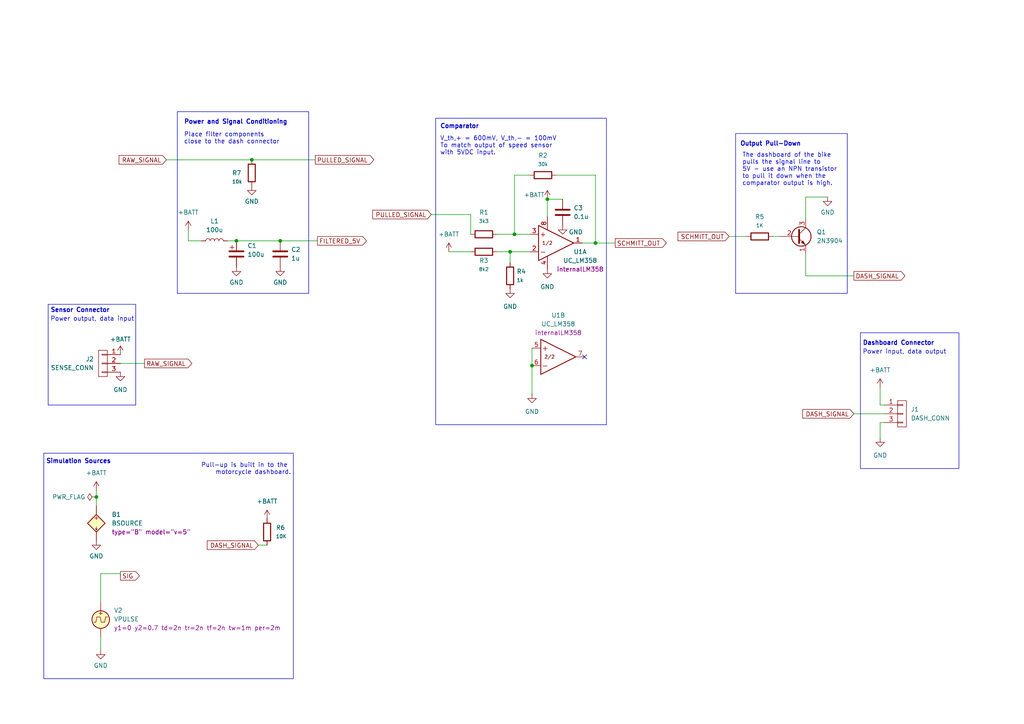
<source format=kicad_sch>
(kicad_sch (version 20230121) (generator eeschema)
  (paper "A4")
  (title_block (title "Motorcycle Odometer Amplifier") (date "2025-06-03") (rev "A") (company "C. Varney"))
  (lib_symbols
    (symbol "Simulation_SPICE:BSOURCE" (pin_numbers hide) (pin_names (offset 1.016) hide)
      (property "Reference" "B" (at 2.54 2.54 0))
      (property "Value" "BSOURCE" (at 2.54 0 0))
      (property "Sim.Params" "type=\"B\" model=\"v=1\"" (at 2.54 -2.54 0))
      (symbol "BSOURCE_0_1"
        (polyline (pts (xy 0 -1.016) (xy 0 -2.032)))
        (polyline (pts (xy 0.254 -1.524) (xy 0 -2.032) (xy -0.254 -1.524)))
        (polyline (pts (xy 0 2.54) (xy -2.54 0) (xy 0 -2.54) (xy 2.54 0) (xy 0 2.54)) (stroke (width 0.254)) (fill (type background)))
      )
      (symbol "BSOURCE_1_1"
        (polyline (pts (xy -0.508 1.524) (xy 0.508 1.524)))
        (polyline (pts (xy 0 1.016) (xy 0 2.032)))
        (pin passive line (at 0 5.08 270) (length 2.54) (name "N+") (number "1"))
        (pin passive line (at 0 -5.08 90) (length 2.54) (name "N-") (number "2"))
      )
    )
    (symbol "Simulation_SPICE:VPULSE" (pin_numbers hide) (pin_names (offset 0.0254))
      (property "Reference" "V" (at 2.54 2.54 0))
      (property "Value" "VPULSE" (at 2.54 0 0))
      (property "Sim.Params" "y1=0 y2=1 td=2n tr=2n tf=2n tw=50n per=100n" (at 2.54 -2.54 0))
      (symbol "VPULSE_0_0"
        (polyline (pts (xy -2.032 -0.762) (xy -1.397 -0.762) (xy -1.143 0.762) (xy -0.127 0.762) (xy 0.127 -0.762) (xy 1.143 -0.762) (xy 1.397 0.762) (xy 2.032 0.762)))
        (text "+" (at 0 1.905 0) (effects (font (size 1.27 1.27))))
      )
      (symbol "VPULSE_0_1"
        (circle (center 0 0) (radius 2.54) (stroke (width 0.254)) (fill (type background)))
      )
      (symbol "VPULSE_1_1"
        (pin passive line (at 0 5.08 270) (length 2.54) (name "~") (number "1"))
        (pin passive line (at 0 -5.08 90) (length 2.54) (name "~") (number "2"))
      )
    )
    (symbol "Transistor_BJT:2N3904" (pin_names (offset 0) hide)
      (property "Reference" "Q" (at 5.08 1.905 0))
      (property "Value" "2N3904" (at 5.08 0 0))
      (symbol "2N3904_0_1"
        (polyline (pts (xy 0.635 0.635) (xy 2.54 2.54)))
        (polyline (pts (xy 0.635 -0.635) (xy 2.54 -2.54) (xy 2.54 -2.54)))
        (polyline (pts (xy 0.635 1.905) (xy 0.635 -1.905) (xy 0.635 -1.905)) (stroke (width 0.508)))
        (polyline (pts (xy 1.27 -1.778) (xy 1.778 -1.27) (xy 2.286 -2.286) (xy 1.27 -1.778) (xy 1.27 -1.778)) (fill (type outline)))
        (circle (center 1.27 0) (radius 2.8194) (stroke (width 0.254)))
      )
      (symbol "2N3904_1_1"
        (pin passive line (at 2.54 -5.08 90) (length 2.54) (name "E") (number "1"))
        (pin passive line (at -5.08 0 0) (length 5.715) (name "B") (number "2"))
        (pin passive line (at 2.54 5.08 270) (length 2.54) (name "C") (number "3"))
      )
    )
    (symbol "enel200_uc_kicad7:UC_C" (pin_numbers hide) (pin_names (offset 0.254))
      (property "Reference" "C" (at 0.635 2.54 0))
      (property "Value" "UC_C" (at 0.635 -2.54 0))
      (symbol "UC_C_0_1"
        (polyline (pts (xy -2.032 -0.762) (xy 2.032 -0.762)) (stroke (width 0.508)))
        (polyline (pts (xy -2.032 0.762) (xy 2.032 0.762)) (stroke (width 0.508)))
      )
      (symbol "UC_C_1_1"
        (pin passive line (at 0 3.81 270) (length 2.794) (name "~") (number "1"))
        (pin passive line (at 0 -3.81 90) (length 2.794) (name "~") (number "2"))
      )
    )
    (symbol "enel200_uc_kicad7:UC_CONN_01X03" (pin_names (offset 1.016) hide)
      (property "Reference" "J" (at 0 5.08 0))
      (property "Value" "UC_CONN_01X03" (at 2.54 0 90))
      (symbol "UC_CONN_01X03_0_1"
        (rectangle (start -1.27 0.127) (end 0.254 -0.127))
        (rectangle (start -1.27 2.667) (end 0.254 2.413))
        (rectangle (start -1.27 3.81) (end 1.27 -3.81))
      )
      (symbol "UC_CONN_01X03_1_1"
        (rectangle (start -1.27 -2.413) (end 0.254 -2.667))
        (pin passive line (at -5.08 2.54 0) (length 3.81) (name "P1") (number "1"))
        (pin passive line (at -5.08 0 0) (length 3.81) (name "P2") (number "2"))
        (pin passive line (at -5.08 -2.54 0) (length 3.81) (name "P3") (number "3"))
      )
    )
    (symbol "enel200_uc_kicad7:UC_CP" (pin_numbers hide) (pin_names (offset 0.254))
      (property "Reference" "C" (at 0.635 2.54 0))
      (property "Value" "UC_CP" (at 0.635 -2.54 0))
      (symbol "UC_CP_0_0"
        (text "+" (at -1.27 2.032 0) (effects (font (size 1.524 1.524))))
      )
      (symbol "UC_CP_0_1"
        (polyline (pts (xy -2.032 -0.762) (xy 2.032 -0.762)) (stroke (width 0.508)))
        (polyline (pts (xy -2.032 0.762) (xy 2.032 0.762)) (stroke (width 0.508)))
      )
      (symbol "UC_CP_1_1"
        (pin passive line (at 0 3.81 270) (length 2.794) (name "~") (number "1"))
        (pin passive line (at 0 -3.81 90) (length 2.794) (name "~") (number "2"))
      )
    )
    (symbol "enel200_uc_kicad7:UC_L" (pin_numbers hide) (pin_names (offset 1.016) hide)
      (property "Reference" "L" (at -0.127 1.651 0))
      (property "Value" "UC_L" (at 0.254 -1.27 0))
      (symbol "UC_L_0_0"
        (arc (start -1.27 0) (mid -1.905 0.6323) (end -2.54 0))
        (arc (start 0 0) (mid -0.635 0.6323) (end -1.27 0))
        (arc (start 1.27 0) (mid 0.635 0.6323) (end 0 0))
        (arc (start 2.54 0) (mid 1.905 0.6323) (end 1.27 0))
      )
      (symbol "UC_L_1_1"
        (pin passive line (at -3.81 0 0) (length 1.27) (name "1") (number "1"))
        (pin passive line (at 3.81 0 180) (length 1.27) (name "2") (number "2"))
      )
    )
    (symbol "enel200_uc_kicad7:UC_LM358" (pin_names hide)
      (property "Reference" "U" (at 2.54 -3.81 0))
      (property "Value" "UC_LM358" (at 2.54 -6.35 0))
      (property "Sim.Name" "LM358" (at 6.35 -8.89 0))
      (symbol "UC_LM358_0_0"
        (text "+" (at -3.81 2.54 0) (effects (font (size 1.524 1.524))))
        (text "-" (at -3.81 -2.54 0) (effects (font (size 1.524 1.524))))
      )
      (symbol "UC_LM358_0_1"
        (polyline (pts (xy -5.08 5.08) (xy 5.08 0) (xy -5.08 -5.08) (xy -5.08 5.08)) (stroke (width 0.254)))
      )
      (symbol "UC_LM358_1_1"
        (text "1/2" (at -2.54 0 0) (effects (font (size 0.9906 0.9906))))
        (pin output line (at 7.62 0 180) (length 2.54) (name "~") (number "1"))
        (pin input line (at -7.62 -2.54 0) (length 2.54) (name "-") (number "2"))
        (pin input line (at -7.62 2.54 0) (length 2.54) (name "+") (number "3"))
        (pin power_in line (at -2.54 -7.62 90) (length 3.81) (name "V-") (number "4"))
        (pin power_in line (at -2.54 7.62 270) (length 3.81) (name "V+") (number "8"))
      )
      (symbol "UC_LM358_2_1"
        (text "2/2" (at -2.54 0 0) (effects (font (size 0.9906 0.9906))))
        (pin input line (at -7.62 2.54 0) (length 2.54) (name "+") (number "5"))
        (pin input line (at -7.62 -2.54 0) (length 2.54) (name "-") (number "6"))
        (pin output line (at 7.62 0 180) (length 2.54) (name "~") (number "7"))
      )
    )
    (symbol "enel200_uc_kicad7:UC_R" (pin_numbers hide) (pin_names (offset 0))
      (property "Reference" "R" (at -1.905 -0.127 90))
      (property "Value" "UC_R" (at 0.127 0 90))
      (symbol "UC_R_0_1"
        (rectangle (start -1.016 2.54) (end 1.016 -2.54) (stroke (width 0.3048)))
      )
      (symbol "UC_R_1_1"
        (pin passive line (at 0 3.81 270) (length 1.27) (name "~") (number "1"))
        (pin passive line (at 0 -3.81 90) (length 1.27) (name "~") (number "2"))
      )
    )
    (symbol "power:+BATT" (power) (pin_names (offset 0))
      (property "Value" "+BATT" (at 0 3.556 0))
      (symbol "+BATT_0_1"
        (polyline (pts (xy -0.762 1.27) (xy 0 2.54)))
        (polyline (pts (xy 0 0) (xy 0 2.54)))
        (polyline (pts (xy 0 2.54) (xy 0.762 1.27)))
      )
      (symbol "+BATT_1_1"
        (pin power_in line (at 0 0 90) (length 0) hide (name "+BATT") (number "1"))
      )
    )
    (symbol "power:GND" (power) (pin_names (offset 0))
      (property "Value" "GND" (at 0 -3.81 0))
      (symbol "GND_0_1"
        (polyline (pts (xy 0 0) (xy 0 -1.27) (xy 1.27 -1.27) (xy 0 -2.54) (xy -1.27 -1.27) (xy 0 -1.27)))
      )
      (symbol "GND_1_1"
        (pin power_in line (at 0 0 270) (length 0) hide (name "GND") (number "1"))
      )
    )
    (symbol "power:PWR_FLAG" (power) (pin_numbers hide) (pin_names (offset 0) hide)
      (property "Value" "PWR_FLAG" (at 0 3.81 0))
      (symbol "PWR_FLAG_0_0"
        (pin power_out line (at 0 0 90) (length 0) (name "pwr") (number "1"))
      )
      (symbol "PWR_FLAG_0_1"
        (polyline (pts (xy 0 0) (xy 0 1.27) (xy -1.016 1.905) (xy 0 2.54) (xy 1.016 1.905) (xy 0 1.27)))
      )
    )
  )
  (junction (at 81.28 69.85))
  (junction (at 147.955 73.025))
  (junction (at 68.58 69.85))
  (junction (at 73.025 46.355))
  (junction (at 154.305 106.045))
  (junction (at 158.75 57.785))
  (junction (at 172.72 70.485))
  (junction (at 149.225 67.945))
  (junction (at 27.94 144.145))
  (no_connect (at 169.545 103.505))
  (wire (pts (xy 144.145 67.945) (xy 149.225 67.945)))
  (wire (pts (xy 158.75 57.785) (xy 163.195 57.785)))
  (wire (pts (xy 233.68 57.15) (xy 240.03 57.15)))
  (wire (pts (xy 27.94 142.24) (xy 27.94 144.145)))
  (wire (pts (xy 48.26 46.355) (xy 73.025 46.355)))
  (wire (pts (xy 224.155 68.58) (xy 226.06 68.58)))
  (wire (pts (xy 233.68 73.66) (xy 233.68 80.01)))
  (wire (pts (xy 68.58 69.85) (xy 81.28 69.85)))
  (wire (pts (xy 144.145 73.025) (xy 147.955 73.025)))
  (wire (pts (xy 34.925 166.37) (xy 29.21 166.37)))
  (wire (pts (xy 34.925 167.005) (xy 34.925 166.37)))
  (wire (pts (xy 125.095 62.23) (xy 136.525 62.23)))
  (wire (pts (xy 41.91 105.41) (xy 34.925 105.41)))
  (wire (pts (xy 158.75 57.785) (xy 158.75 62.865)))
  (wire (pts (xy 211.455 68.58) (xy 216.535 68.58)))
  (wire (pts (xy 91.44 46.355) (xy 73.025 46.355)))
  (wire (pts (xy 172.72 70.485) (xy 178.435 70.485)))
  (wire (pts (xy 233.68 80.01) (xy 247.65 80.01)))
  (wire (pts (xy 172.72 70.485) (xy 168.91 70.485)))
  (wire (pts (xy 154.305 100.965) (xy 154.305 106.045)))
  (wire (pts (xy 153.67 50.8) (xy 149.225 50.8)))
  (wire (pts (xy 130.175 73.025) (xy 136.525 73.025)))
  (wire (pts (xy 29.21 166.37) (xy 29.21 174.625)))
  (wire (pts (xy 149.225 50.8) (xy 149.225 67.945)))
  (wire (pts (xy 161.29 50.8) (xy 172.72 50.8)))
  (wire (pts (xy 77.47 158.115) (xy 74.93 158.115)))
  (wire (pts (xy 172.72 50.8) (xy 172.72 70.485)))
  (wire (pts (xy 29.21 188.595) (xy 29.21 184.785)))
  (wire (pts (xy 247.65 120.015) (xy 256.54 120.015)))
  (wire (pts (xy 27.94 144.145) (xy 27.94 146.685)))
  (wire (pts (xy 54.61 69.85) (xy 58.42 69.85)))
  (wire (pts (xy 255.27 122.555) (xy 256.54 122.555)))
  (wire (pts (xy 255.27 127) (xy 255.27 122.555)))
  (wire (pts (xy 54.61 66.675) (xy 54.61 69.85)))
  (wire (pts (xy 255.27 117.475) (xy 256.54 117.475)))
  (wire (pts (xy 255.27 112.395) (xy 255.27 117.475)))
  (wire (pts (xy 81.28 69.85) (xy 92.075 69.85)))
  (wire (pts (xy 66.04 69.85) (xy 68.58 69.85)))
  (wire (pts (xy 233.68 63.5) (xy 233.68 57.15)))
  (wire (pts (xy 147.955 73.025) (xy 153.67 73.025)))
  (wire (pts (xy 136.525 62.23) (xy 136.525 67.945)))
  (wire (pts (xy 149.225 67.945) (xy 153.67 67.945)))
  (wire (pts (xy 154.305 114.3) (xy 154.305 106.045)))
  (wire (pts (xy 147.955 73.025) (xy 147.955 76.2)))
  (rectangle (start 126.365 34.29) (end 175.895 123.19))
  (rectangle (start 249.555 96.52) (end 278.13 135.89))
  (rectangle (start 213.36 38.735) (end 245.745 85.09))
  (rectangle (start 12.7 131.445) (end 85.09 196.85))
  (rectangle (start 13.97 88.265) (end 39.37 117.475))
  (rectangle (start 51.435 32.385) (end 89.535 85.09))
  (text "Power and Signal Conditioning" (at 53.34 36.195 0) (effects (font (size 1.27 1.27) (thickness 0.254) bold) (justify left bottom)))
  (text "Sensor Connector" (at 14.605 90.805 0) (effects (font (size 1.27 1.27) (thickness 0.254) bold) (justify left bottom)))
  (text "Comparator" (at 127.635 37.465 0) (effects (font (size 1.27 1.27) bold) (justify left bottom)))
  (text "Dashboard Connector" (at 250.19 100.33 0) (effects (font (size 1.27 1.27) bold) (justify left bottom)))
  (text "The dashboard of the bike\npulls the signal line to\n5V - use an NPN transistor\nto pull it down when the\ncomparator output is high." (at 215.265 53.975 0) (effects (font (size 1.27 1.27)) (justify left bottom)))
  (text "Power input, data output" (at 250.19 102.87 0) (effects (font (size 1.27 1.27)) (justify left bottom)))
  (text "Power output, data input" (at 14.605 93.345 0) (effects (font (size 1.27 1.27)) (justify left bottom)))
  (text "Output Pull-Down" (at 214.63 42.545 0) (effects (font (size 1.27 1.27) bold) (justify left bottom)))
  (text "V_th,+ = 600mV, V_th,- = 100mV\nTo match output of speed sensor\nwith 5VDC input." (at 127.635 45.085 0) (effects (font (size 1.27 1.27)) (justify left bottom)))
  (text "Place filter components\nclose to the dash connector" (at 53.34 41.91 0) (effects (font (size 1.27 1.27)) (justify left bottom)))
  (text "Simulation Sources" (at 13.335 134.62 0) (effects (font (size 1.27 1.27) bold) (justify left bottom)))
  (text "Pull-up is built in to the \nmotorcycle dashboard." (at 84.455 137.795 0) (effects (font (size 1.27 1.27)) (justify right bottom)))
  (global_label "SIG" (shape output) (at 34.925 167.005 0) (property "Intersheetrefs" "${INTERSHEET_REFS}" (effects hide)))
  (global_label "SCHMITT_OUT" (shape input) (at 211.455 68.58 180) (property "Intersheetrefs" "${INTERSHEET_REFS}" (effects hide)))
  (global_label "SCHMITT_OUT" (shape output) (at 178.435 70.485 0) (property "Intersheetrefs" "${INTERSHEET_REFS}" (effects hide)))
  (global_label "PULLED_SIGNAL" (shape input) (at 125.095 62.23 180) (property "Intersheetrefs" "${INTERSHEET_REFS}" (effects hide)))
  (global_label "RAW_SIGNAL" (shape input) (at 48.26 46.355 180) (property "Intersheetrefs" "${INTERSHEET_REFS}" (effects hide)))
  (global_label "DASH_SIGNAL" (shape output) (at 247.65 80.01 0) (property "Intersheetrefs" "${INTERSHEET_REFS}" (effects hide)))
  (global_label "DASH_SIGNAL" (shape input) (at 74.93 158.115 180) (property "Intersheetrefs" "${INTERSHEET_REFS}" (effects hide)))
  (global_label "FILTERED_5V" (shape output) (at 92.075 69.85 0) (property "Intersheetrefs" "${INTERSHEET_REFS}" (effects hide)))
  (global_label "DASH_SIGNAL" (shape input) (at 247.65 120.015 180) (property "Intersheetrefs" "${INTERSHEET_REFS}" (effects hide)))
  (global_label "PULLED_SIGNAL" (shape output) (at 91.44 46.355 0) (property "Intersheetrefs" "${INTERSHEET_REFS}" (effects hide)))
  (global_label "RAW_SIGNAL" (shape output) (at 41.91 105.41 0) (property "Intersheetrefs" "${INTERSHEET_REFS}" (effects hide)))
  (symbol (lib_id "enel200_uc_kicad7:UC_R") (at 157.48 50.8 90) (unit 1)
    (property "Reference" "R2" (at 157.48 45.085 90))
    (property "Value" "30k" (at 157.48 47.625 90) (effects (font (size 1.016 1.016))))
    (property "Footprint" "Resistor_THT:R_Axial_DIN0207_L6.3mm_D2.5mm_P7.62mm_Horizontal" (effects hide))
  )
  (symbol (lib_id "power:GND") (at 81.28 77.47 0) (unit 1)
    (property "Reference" "#PWR017" (effects hide))
    (property "Value" "GND" (at 81.28 81.915 0))
  )
  (symbol (lib_id "enel200_uc_kicad7:UC_R") (at 73.025 50.165 0) (unit 1)
    (property "Reference" "R7" (at 67.31 50.165 0) (effects (justify left)))
    (property "Value" "10k" (at 67.31 52.705 0) (effects (font (size 1.016 1.016)) (justify left)))
    (property "Footprint" "Resistor_THT:R_Axial_DIN0207_L6.3mm_D2.5mm_P7.62mm_Horizontal" (effects hide))
  )
  (symbol (lib_id "Simulation_SPICE:BSOURCE") (at 27.94 151.765 0) (unit 1)
    (property "Reference" "B1" (at 32.385 149.225 0) (effects (justify left)))
    (property "Value" "BSOURCE" (at 32.385 151.765 0) (effects (justify left)))
    (property "Datasheet" "https://ngspice.sourceforge.io/docs/ngspice-html-manual/manual.xhtml#sec_Non_linear_Dependent_Sources" (effects hide))
    (property "Sim.Device" "SPICE" (effects hide))
    (property "Sim.Params" "type=\"B\" model=\"v=5\"" (at 32.385 154.305 0) (effects (justify left)))
  )
  (symbol (lib_id "Transistor_BJT:2N3904") (at 231.14 68.58 0) (unit 1)
    (property "Reference" "Q1" (at 236.855 67.31 0) (effects (justify left)))
    (property "Value" "2N3904" (at 236.855 69.85 0) (effects (justify left)))
    (property "Footprint" "Package_TO_SOT_THT:TO-92_Inline" (effects hide))
    (property "Datasheet" "https://www.onsemi.com/pub/Collateral/2N3903-D.PDF" (effects hide))
    (property "Sim.Library" "/Users/connor/Downloads/2N3904.lib" (effects hide))
    (property "Sim.Name" "2N3904" (effects hide))
    (property "Sim.Device" "NPN" (effects hide))
    (property "Sim.Type" "GUMMELPOON" (effects hide))
    (property "Sim.Pins" "1=C 2=B 3=E" (effects hide))
  )
  (symbol (lib_id "enel200_uc_kicad7:UC_CP") (at 68.58 73.66 0) (unit 1)
    (property "Reference" "C1" (at 71.755 71.269 0) (effects (justify left)))
    (property "Value" "100u" (at 71.755 73.809 0) (effects (justify left)))
    (property "Footprint" "Capacitor_THT:CP_Radial_D5.0mm_P2.00mm" (effects hide))
  )
  (symbol (lib_id "power:+BATT") (at 255.27 112.395 0) (unit 1)
    (property "Reference" "#PWR09" (effects hide))
    (property "Value" "+BATT" (at 255.27 107.315 0))
  )
  (symbol (lib_id "enel200_uc_kicad7:UC_LM358") (at 161.925 103.505 0) (unit 2)
    (property "Reference" "U1" (at 161.925 91.44 0))
    (property "Value" "UC_LM358" (at 161.925 93.98 0))
    (property "Footprint" "Package_DIP:DIP-8_W7.62mm_LongPads" (effects hide))
    (property "Sim.Pins" "1=V_OUT 2=V_IN- 3=V_IN+ 4=VEE 5=VCC" (effects hide))
    (property "Sim.Device" "SUBCKT" (effects hide))
    (property "Sim.Library" "/Users/connor/Downloads/lm358 (2).lib" (effects hide))
    (property "Sim.Name" "internalLM358" (at 161.925 96.52 0))
  )
  (symbol (lib_id "enel200_uc_kicad7:UC_R") (at 140.335 73.025 90) (unit 1)
    (property "Reference" "R3" (at 140.335 75.565 90))
    (property "Value" "8k2" (at 140.335 78.105 90) (effects (font (size 1.016 1.016))))
    (property "Footprint" "Resistor_THT:R_Axial_DIN0207_L6.3mm_D2.5mm_P7.62mm_Horizontal" (effects hide))
  )
  (symbol (lib_id "power:GND") (at 147.955 83.82 0) (unit 1)
    (property "Reference" "#PWR06" (effects hide))
    (property "Value" "GND" (at 147.955 88.9 0))
  )
  (symbol (lib_id "enel200_uc_kicad7:UC_R") (at 140.335 67.945 90) (unit 1)
    (property "Reference" "R1" (at 140.335 61.595 90))
    (property "Value" "3k3" (at 140.335 64.135 90) (effects (font (size 1.016 1.016))))
    (property "Footprint" "Resistor_THT:R_Axial_DIN0207_L6.3mm_D2.5mm_P7.62mm_Horizontal" (effects hide))
  )
  (symbol (lib_id "enel200_uc_kicad7:UC_R") (at 147.955 80.01 0) (unit 1)
    (property "Reference" "R4" (at 149.86 78.74 0) (effects (justify left)))
    (property "Value" "1k" (at 149.86 81.28 0) (effects (font (size 1.016 1.016)) (justify left)))
    (property "Footprint" "Resistor_THT:R_Axial_DIN0207_L6.3mm_D2.5mm_P7.62mm_Horizontal" (effects hide))
  )
  (symbol (lib_id "enel200_uc_kicad7:UC_L") (at 62.23 69.85 0) (unit 1)
    (property "Reference" "L1" (at 62.23 64.135 0))
    (property "Value" "100u" (at 62.23 66.675 0))
    (property "Footprint" "Inductor_THT:L_Axial_L6.6mm_D2.7mm_P2.54mm_Vertical_Vishay_IM-2" (effects hide))
  )
  (symbol (lib_id "power:+BATT") (at 27.94 142.24 0) (unit 1)
    (property "Reference" "#PWR04" (effects hide))
    (property "Value" "+BATT" (at 27.94 137.16 0))
  )
  (symbol (lib_id "power:+BATT") (at 130.175 73.025 0) (unit 1)
    (property "Reference" "#PWR02" (effects hide))
    (property "Value" "+BATT" (at 130.175 67.945 0))
  )
  (symbol (lib_id "power:GND") (at 27.94 156.845 0) (unit 1)
    (property "Reference" "#PWR05" (effects hide))
    (property "Value" "GND" (at 27.94 161.29 0))
  )
  (symbol (lib_id "enel200_uc_kicad7:UC_C") (at 81.28 73.66 0) (unit 1)
    (property "Reference" "C2" (at 84.455 72.39 0) (effects (justify left)))
    (property "Value" "1u" (at 84.455 74.93 0) (effects (justify left)))
    (property "Footprint" "Capacitor_THT:C_Rect_L7.0mm_W2.5mm_P5.00mm" (effects hide))
  )
  (symbol (lib_id "power:+BATT") (at 158.75 57.785 0) (unit 1)
    (property "Reference" "#PWR07" (effects hide))
    (property "Value" "+BATT" (at 154.94 56.515 0))
  )
  (symbol (lib_id "power:GND") (at 73.025 53.975 0) (unit 1)
    (property "Reference" "#PWR012" (effects hide))
    (property "Value" "GND" (at 73.025 58.42 0))
  )
  (symbol (lib_id "Simulation_SPICE:VPULSE") (at 29.21 179.705 0) (unit 1)
    (property "Reference" "V2" (at 33.02 177.0352 0) (effects (justify left)))
    (property "Value" "VPULSE" (at 33.02 179.5752 0) (effects (justify left)))
    (property "Datasheet" "https://ngspice.sourceforge.io/docs/ngspice-html-manual/manual.xhtml#sec_Independent_Sources_for" (effects hide))
    (property "Sim.Pins" "1=+ 2=-" (effects hide))
    (property "Sim.Type" "PULSE" (effects hide))
    (property "Sim.Device" "V" (effects hide))
    (property "Sim.Params" "y1=0 y2=0.7 td=2n tr=2n tf=2n tw=1m per=2m" (at 33.02 182.1152 0) (effects (justify left)))
  )
  (symbol (lib_id "power:GND") (at 158.75 78.105 0) (unit 1)
    (property "Reference" "#PWR01" (effects hide))
    (property "Value" "GND" (at 158.75 83.185 0))
  )
  (symbol (lib_id "power:GND") (at 255.27 127 0) (unit 1)
    (property "Reference" "#PWR010" (effects hide))
    (property "Value" "GND" (at 255.27 132.08 0))
  )
  (symbol (lib_id "enel200_uc_kicad7:UC_LM358") (at 161.29 70.485 0) (unit 1)
    (property "Reference" "U1" (at 168.275 73.025 0))
    (property "Value" "UC_LM358" (at 168.275 75.565 0))
    (property "Footprint" "Package_DIP:DIP-8_W7.62mm_LongPads" (effects hide))
    (property "Sim.Pins" "1=V_OUT 2=V_IN- 3=V_IN+ 4=VEE 5=VCC" (effects hide))
    (property "Sim.Device" "SUBCKT" (effects hide))
    (property "Sim.Library" "/Users/connor/Downloads/lm358 (2).lib" (effects hide))
    (property "Sim.Name" "internalLM358" (at 168.275 78.105 0))
  )
  (symbol (lib_id "power:+BATT") (at 34.925 102.87 0) (unit 1)
    (property "Reference" "#PWR013" (effects hide))
    (property "Value" "+BATT" (at 34.925 98.425 0))
  )
  (symbol (lib_id "power:GND") (at 154.305 114.3 0) (unit 1)
    (property "Reference" "#PWR018" (effects hide))
    (property "Value" "GND" (at 154.305 119.38 0))
  )
  (symbol (lib_id "enel200_uc_kicad7:UC_R") (at 220.345 68.58 90) (unit 1)
    (property "Reference" "R5" (at 220.345 62.865 90))
    (property "Value" "1K" (at 220.345 65.405 90) (effects (font (size 1.016 1.016))))
    (property "Footprint" "Resistor_THT:R_Axial_DIN0207_L6.3mm_D2.5mm_P7.62mm_Horizontal" (effects hide))
  )
  (symbol (lib_id "power:GND") (at 240.03 57.15 0) (unit 1)
    (property "Reference" "#PWR08" (effects hide))
    (property "Value" "GND" (at 240.03 61.595 0))
  )
  (symbol (lib_id "enel200_uc_kicad7:UC_R") (at 77.47 154.305 0) (unit 1)
    (property "Reference" "R6" (at 80.01 153.035 0) (effects (justify left)))
    (property "Value" "10K" (at 80.01 155.575 0) (effects (font (size 1.016 1.016)) (justify left)))
    (property "Footprint" "Resistor_THT:R_Axial_DIN0207_L6.3mm_D2.5mm_P7.62mm_Horizontal" (effects hide))
  )
  (symbol (lib_id "power:+BATT") (at 54.61 66.675 0) (unit 1)
    (property "Reference" "#PWR015" (effects hide))
    (property "Value" "+BATT" (at 54.61 61.595 0))
  )
  (symbol (lib_id "enel200_uc_kicad7:UC_CONN_01X03") (at 29.845 105.41 0) (mirror y) (unit 1)
    (property "Reference" "J2" (at 26.035 104.14 0))
    (property "Value" "SENSE_CONN" (at 20.955 106.68 0))
    (property "Footprint" "Connector_PinHeader_2.54mm:PinHeader_1x03_P2.54mm_Vertical" (effects hide))
    (property "Sim.Enable" "0" (effects hide))
  )
  (symbol (lib_id "power:+BATT") (at 77.47 150.495 0) (unit 1)
    (property "Reference" "#PWR011" (effects hide))
    (property "Value" "+BATT" (at 77.47 145.415 0))
  )
  (symbol (lib_id "power:GND") (at 34.925 107.95 0) (unit 1)
    (property "Reference" "#PWR014" (effects hide))
    (property "Value" "GND" (at 34.925 113.03 0))
  )
  (symbol (lib_id "power:GND") (at 163.195 65.405 0) (unit 1)
    (property "Reference" "#PWR019" (effects hide))
    (property "Value" "GND" (at 167.005 67.31 0))
  )
  (symbol (lib_id "power:PWR_FLAG") (at 27.94 144.145 90) (unit 1)
    (property "Reference" "#FLG01" (effects hide))
    (property "Value" "PWR_FLAG" (at 24.765 144.145 90) (effects (justify left)))
  )
  (symbol (lib_id "power:GND") (at 68.58 77.47 0) (unit 1)
    (property "Reference" "#PWR016" (effects hide))
    (property "Value" "GND" (at 68.58 81.915 0))
  )
  (symbol (lib_id "power:GND") (at 29.21 188.595 0) (unit 1)
    (property "Reference" "#PWR03" (effects hide))
    (property "Value" "GND" (at 29.21 193.04 0))
  )
  (symbol (lib_id "enel200_uc_kicad7:UC_CONN_01X03") (at 261.62 120.015 0) (unit 1)
    (property "Reference" "J1" (at 264.16 118.745 0) (effects (justify left)))
    (property "Value" "DASH_CONN" (at 264.16 121.285 0) (effects (justify left)))
    (property "Footprint" "Connector_PinHeader_2.54mm:PinHeader_1x03_P2.54mm_Vertical" (effects hide))
    (property "Sim.Enable" "0" (effects hide))
  )
  (symbol (lib_id "enel200_uc_kicad7:UC_C") (at 163.195 61.595 0) (unit 1)
    (property "Reference" "C3" (at 166.37 60.325 0) (effects (justify left)))
    (property "Value" "0.1u" (at 166.37 62.865 0) (effects (justify left)))
    (property "Footprint" "Capacitor_THT:C_Rect_L7.0mm_W2.5mm_P5.00mm" (effects hide))
  )
)
</source>
